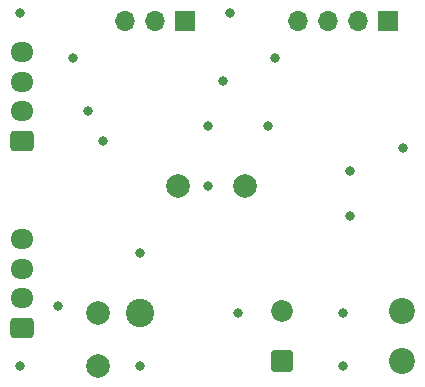
<source format=gbs>
G04 #@! TF.GenerationSoftware,KiCad,Pcbnew,(6.0.9)*
G04 #@! TF.CreationDate,2022-11-05T01:50:54+09:00*
G04 #@! TF.ProjectId,prototype-projector-device,70726f74-6f74-4797-9065-2d70726f6a65,rev?*
G04 #@! TF.SameCoordinates,PX5f5e100PY8f0d180*
G04 #@! TF.FileFunction,Soldermask,Bot*
G04 #@! TF.FilePolarity,Negative*
%FSLAX46Y46*%
G04 Gerber Fmt 4.6, Leading zero omitted, Abs format (unit mm)*
G04 Created by KiCad (PCBNEW (6.0.9)) date 2022-11-05 01:50:54*
%MOMM*%
%LPD*%
G01*
G04 APERTURE LIST*
G04 Aperture macros list*
%AMRoundRect*
0 Rectangle with rounded corners*
0 $1 Rounding radius*
0 $2 $3 $4 $5 $6 $7 $8 $9 X,Y pos of 4 corners*
0 Add a 4 corners polygon primitive as box body*
4,1,4,$2,$3,$4,$5,$6,$7,$8,$9,$2,$3,0*
0 Add four circle primitives for the rounded corners*
1,1,$1+$1,$2,$3*
1,1,$1+$1,$4,$5*
1,1,$1+$1,$6,$7*
1,1,$1+$1,$8,$9*
0 Add four rect primitives between the rounded corners*
20,1,$1+$1,$2,$3,$4,$5,0*
20,1,$1+$1,$4,$5,$6,$7,0*
20,1,$1+$1,$6,$7,$8,$9,0*
20,1,$1+$1,$8,$9,$2,$3,0*%
G04 Aperture macros list end*
%ADD10C,2.000000*%
%ADD11R,1.700000X1.700000*%
%ADD12O,1.700000X1.700000*%
%ADD13RoundRect,0.250000X0.725000X-0.600000X0.725000X0.600000X-0.725000X0.600000X-0.725000X-0.600000X0*%
%ADD14O,1.950000X1.700000*%
%ADD15C,2.200000*%
%ADD16RoundRect,0.250000X0.675000X-0.675000X0.675000X0.675000X-0.675000X0.675000X-0.675000X-0.675000X0*%
%ADD17C,1.850000*%
%ADD18C,0.800000*%
%ADD19C,2.400000*%
G04 APERTURE END LIST*
D10*
X11049000Y6985000D03*
D11*
X18415000Y31750000D03*
D12*
X15875000Y31750000D03*
X13335000Y31750000D03*
D10*
X23495000Y17780000D03*
X11049000Y2540000D03*
D13*
X4555000Y5775000D03*
D14*
X4555000Y8275000D03*
X4555000Y10775000D03*
X4555000Y13275000D03*
D13*
X4555000Y21590000D03*
D14*
X4555000Y24090000D03*
X4555000Y26590000D03*
X4555000Y29090000D03*
D11*
X35550000Y31750000D03*
D12*
X33010000Y31750000D03*
X30470000Y31750000D03*
X27930000Y31750000D03*
D15*
X36760000Y7180000D03*
X36760000Y2980000D03*
D16*
X26560000Y2980000D03*
D17*
X26560000Y7180000D03*
D10*
X17780000Y17780000D03*
D18*
X21590000Y26670000D03*
X4445000Y32385000D03*
X4445000Y2540000D03*
X31750000Y6985000D03*
X22225000Y32385000D03*
X36830000Y20955000D03*
X26035000Y28575000D03*
X7620000Y7620000D03*
X32385000Y15240000D03*
X14605000Y2540000D03*
X22860000Y6985000D03*
X32385000Y19050000D03*
X11430000Y21590000D03*
X8890000Y28575000D03*
X31750000Y2540000D03*
X14605000Y12065000D03*
X20320000Y17780000D03*
D19*
X14605000Y6985000D03*
D18*
X20320000Y22860000D03*
X10160000Y24130000D03*
X25400000Y22860000D03*
M02*

</source>
